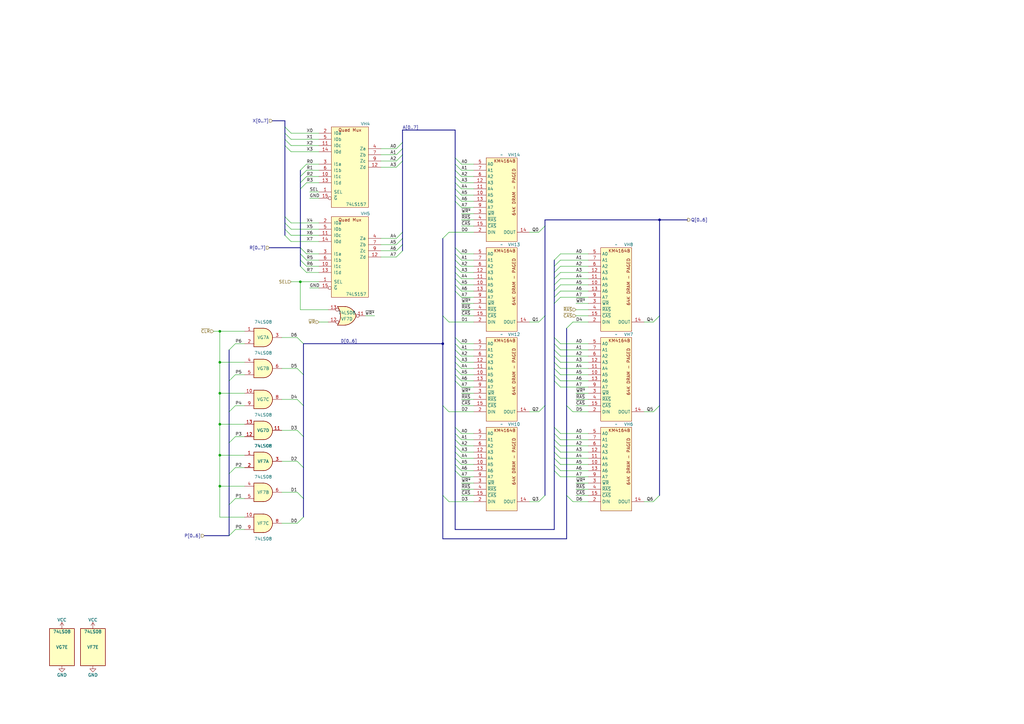
<source format=kicad_sch>
(kicad_sch (version 20231120) (generator "eeschema") (generator_version "8.0")
  (paper "A3")
  (title_block (title "Line Buffer") (date "2024-10-12") (company "JOTEGO") (comment 1 "Jose Tejada"))
  (lib_symbols
    (symbol "arcade:KM4164B"
      (property "Reference" "U" (at 0 0 0))
      (symbol "KM4164B_1_0"
        (pin input line (at -11.43 0 0) (length 5.08) (name "A5") (number "10"))
        (pin input line (at -11.43 2.54 0) (length 5.08) (name "A4") (number "11"))
        (pin input line (at -11.43 5.08 0) (length 5.08) (name "A3") (number "12"))
        (pin input line (at -11.43 -2.54 0) (length 5.08) (name "A6") (number "13"))
        (pin tri_state line (at 11.43 -15.24 180) (length 5.08) (name "DOUT") (number "14"))
        (pin input line (at -11.43 -12.7 0) (length 5.08) (name "~{CAS}") (number "15"))
        (pin input line (at -11.43 -15.24 0) (length 5.08) (name "DIN") (number "2"))
        (pin input line (at -11.43 -7.62 0) (length 5.08) (name "~{WR}") (number "3"))
        (pin input line (at -11.43 -10.16 0) (length 5.08) (name "~{RAS}") (number "4"))
        (pin input line (at -11.43 12.7 0) (length 5.08) (name "A0") (number "5"))
        (pin input line (at -11.43 7.62 0) (length 5.08) (name "A2") (number "6"))
        (pin input line (at -11.43 10.16 0) (length 5.08) (name "A1") (number "7"))
        (pin input line (at -11.43 -5.08 0) (length 5.08) (name "A7") (number "9"))
      )
      (symbol "KM4164B_1_1"
        (rectangle (start -6.35 15.24) (end 6.35 -19.05) (fill (type background)))
        (text "64K DRAM - PAGED" (at 5.08 1.27 900) (effects (font (size 1.27 1.27))))
        (text "KM4164B" (at 1.27 13.97 0) (effects (font (size 1.27 1.27))))
      )
    )
    (symbol "jt74:74LS08" (pin_names (offset 1.016))
      (property "Reference" "U" (at 0 1.27 0))
      (property "Value" "74LS08" (at 0 -1.27 0))
      (symbol "74LS08_1_1"
        (arc (start 0 -3.81) (mid 3.7934 0) (end 0 3.81) (stroke (width 0.254)) (fill (type background)))
        (polyline (pts (xy 0 3.81) (xy -3.81 3.81) (xy -3.81 -3.81) (xy 0 -3.81)) (stroke (width 0.254)) (fill (type background)))
        (pin input line (at -7.62 2.54 0) (length 3.81) (name "~") (number "1"))
        (pin input line (at -7.62 -2.54 0) (length 3.81) (name "~") (number "2"))
        (pin output line (at 7.62 0 180) (length 3.81) (name "~") (number "3"))
      )
      (symbol "74LS08_1_2"
        (arc (start -3.81 -3.81) (mid -2.589 0) (end -3.81 3.81) (stroke (width 0.254)))
        (arc (start -0.6096 -3.81) (mid 2.1842 -2.5851) (end 3.81 0) (stroke (width 0.254)) (fill (type background)))
        (polyline (pts (xy -3.81 -3.81) (xy -0.635 -3.81)) (stroke (width 0.254)) (fill (type background)))
        (polyline (pts (xy -3.81 3.81) (xy -0.635 3.81)) (stroke (width 0.254)) (fill (type background)))
        (polyline (pts (xy -0.635 3.81) (xy -3.81 3.81) (xy -3.81 3.81) (xy -3.556 3.4036) (xy -3.0226 2.2606) (xy -2.6924 1.0414) (xy -2.6162 -0.254) (xy -2.7686 -1.4986) (xy -3.175 -2.7178) (xy -3.81 -3.81) (xy -3.81 -3.81) (xy -0.635 -3.81)) (stroke (width -25.4)) (fill (type background)))
        (arc (start 3.81 0) (mid 2.1915 2.5936) (end -0.6096 3.81) (stroke (width 0.254)) (fill (type background)))
        (pin input inverted (at -7.62 2.54 0) (length 4.318) (name "~") (number "1"))
        (pin input inverted (at -7.62 -2.54 0) (length 4.318) (name "~") (number "2"))
        (pin output inverted (at 7.62 0 180) (length 3.81) (name "~") (number "3"))
      )
      (symbol "74LS08_2_1"
        (arc (start 0 -3.81) (mid 3.7934 0) (end 0 3.81) (stroke (width 0.254)) (fill (type background)))
        (polyline (pts (xy 0 3.81) (xy -3.81 3.81) (xy -3.81 -3.81) (xy 0 -3.81)) (stroke (width 0.254)) (fill (type background)))
        (pin input line (at -7.62 2.54 0) (length 3.81) (name "~") (number "4"))
        (pin input line (at -7.62 -2.54 0) (length 3.81) (name "~") (number "5"))
        (pin output line (at 7.62 0 180) (length 3.81) (name "~") (number "6"))
      )
      (symbol "74LS08_2_2"
        (arc (start -3.81 -3.81) (mid -2.589 0) (end -3.81 3.81) (stroke (width 0.254)))
        (arc (start -0.6096 -3.81) (mid 2.1842 -2.5851) (end 3.81 0) (stroke (width 0.254)) (fill (type background)))
        (polyline (pts (xy -3.81 -3.81) (xy -0.635 -3.81)) (stroke (width 0.254)) (fill (type background)))
        (polyline (pts (xy -3.81 3.81) (xy -0.635 3.81)) (stroke (width 0.254)) (fill (type background)))
        (polyline (pts (xy -0.635 3.81) (xy -3.81 3.81) (xy -3.81 3.81) (xy -3.556 3.4036) (xy -3.0226 2.2606) (xy -2.6924 1.0414) (xy -2.6162 -0.254) (xy -2.7686 -1.4986) (xy -3.175 -2.7178) (xy -3.81 -3.81) (xy -3.81 -3.81) (xy -0.635 -3.81)) (stroke (width -25.4)) (fill (type background)))
        (arc (start 3.81 0) (mid 2.1915 2.5936) (end -0.6096 3.81) (stroke (width 0.254)) (fill (type background)))
        (pin input inverted (at -7.62 2.54 0) (length 4.318) (name "~") (number "4"))
        (pin input inverted (at -7.62 -2.54 0) (length 4.318) (name "~") (number "5"))
        (pin output inverted (at 7.62 0 180) (length 3.81) (name "~") (number "6"))
      )
      (symbol "74LS08_3_1"
        (arc (start 0 -3.81) (mid 3.7934 0) (end 0 3.81) (stroke (width 0.254)) (fill (type background)))
        (polyline (pts (xy 0 3.81) (xy -3.81 3.81) (xy -3.81 -3.81) (xy 0 -3.81)) (stroke (width 0.254)) (fill (type background)))
        (pin input line (at -7.62 -2.54 0) (length 3.81) (name "~") (number "10"))
        (pin output line (at 7.62 0 180) (length 3.81) (name "~") (number "8"))
        (pin input line (at -7.62 2.54 0) (length 3.81) (name "~") (number "9"))
      )
      (symbol "74LS08_3_2"
        (arc (start -3.81 -3.81) (mid -2.589 0) (end -3.81 3.81) (stroke (width 0.254)))
        (arc (start -0.6096 -3.81) (mid 2.1842 -2.5851) (end 3.81 0) (stroke (width 0.254)) (fill (type background)))
        (polyline (pts (xy -3.81 -3.81) (xy -0.635 -3.81)) (stroke (width 0.254)) (fill (type background)))
        (polyline (pts (xy -3.81 3.81) (xy -0.635 3.81)) (stroke (width 0.254)) (fill (type background)))
        (polyline (pts (xy -0.635 3.81) (xy -3.81 3.81) (xy -3.81 3.81) (xy -3.556 3.4036) (xy -3.0226 2.2606) (xy -2.6924 1.0414) (xy -2.6162 -0.254) (xy -2.7686 -1.4986) (xy -3.175 -2.7178) (xy -3.81 -3.81) (xy -3.81 -3.81) (xy -0.635 -3.81)) (stroke (width -25.4)) (fill (type background)))
        (arc (start 3.81 0) (mid 2.1915 2.5936) (end -0.6096 3.81) (stroke (width 0.254)) (fill (type background)))
        (pin input inverted (at -7.62 -2.54 0) (length 4.318) (name "~") (number "10"))
        (pin output inverted (at 7.62 0 180) (length 3.81) (name "~") (number "8"))
        (pin input inverted (at -7.62 2.54 0) (length 4.318) (name "~") (number "9"))
      )
      (symbol "74LS08_4_1"
        (arc (start 0 -3.81) (mid 3.7934 0) (end 0 3.81) (stroke (width 0.254)) (fill (type background)))
        (polyline (pts (xy 0 3.81) (xy -3.81 3.81) (xy -3.81 -3.81) (xy 0 -3.81)) (stroke (width 0.254)) (fill (type background)))
        (pin output line (at 7.62 0 180) (length 3.81) (name "~") (number "11"))
        (pin input line (at -7.62 2.54 0) (length 3.81) (name "~") (number "12"))
        (pin input line (at -7.62 -2.54 0) (length 3.81) (name "~") (number "13"))
      )
      (symbol "74LS08_4_2"
        (arc (start -3.81 -3.81) (mid -2.589 0) (end -3.81 3.81) (stroke (width 0.254)))
        (arc (start -0.6096 -3.81) (mid 2.1842 -2.5851) (end 3.81 0) (stroke (width 0.254)) (fill (type background)))
        (polyline (pts (xy -3.81 -3.81) (xy -0.635 -3.81)) (stroke (width 0.254)) (fill (type background)))
        (polyline (pts (xy -3.81 3.81) (xy -0.635 3.81)) (stroke (width 0.254)) (fill (type background)))
        (polyline (pts (xy -0.635 3.81) (xy -3.81 3.81) (xy -3.81 3.81) (xy -3.556 3.4036) (xy -3.0226 2.2606) (xy -2.6924 1.0414) (xy -2.6162 -0.254) (xy -2.7686 -1.4986) (xy -3.175 -2.7178) (xy -3.81 -3.81) (xy -3.81 -3.81) (xy -0.635 -3.81)) (stroke (width -25.4)) (fill (type background)))
        (arc (start 3.81 0) (mid 2.1915 2.5936) (end -0.6096 3.81) (stroke (width 0.254)) (fill (type background)))
        (pin output inverted (at 7.62 0 180) (length 3.81) (name "~") (number "11"))
        (pin input inverted (at -7.62 2.54 0) (length 4.318) (name "~") (number "12"))
        (pin input inverted (at -7.62 -2.54 0) (length 4.318) (name "~") (number "13"))
      )
      (symbol "74LS08_5_0"
        (pin power_in line (at 0 7.62 270) (length 5.08) hide (name "VCC") (number "14"))
        (pin power_in line (at 0 -7.62 90) (length 5.08) hide (name "VSS") (number "7"))
      )
      (symbol "74LS08_5_1"
        (rectangle (start -5.08 7.62) (end 5.08 -7.62) (stroke (width 0.254)) (fill (type background)))
      )
    )
    (symbol "jt74:74LS157" (pin_names (offset 1.016))
      (property "Reference" "U" (at 5.08 16.51 0))
      (property "Value" "74LS157" (at 0 -16.51 0))
      (symbol "74LS157_0_0"
        (text "Quad Mux" (at 0 13.97 0) (effects (font (size 1.27 1.27))))
      )
      (symbol "74LS157_1_0"
        (pin input line (at -12.7 -11.43 0) (length 5.08) (name "SEL") (number "1"))
        (pin input line (at -12.7 -5.08 0) (length 5.08) (name "I1c") (number "10"))
        (pin input line (at -12.7 7.62 0) (length 5.08) (name "I0c") (number "11"))
        (pin output line (at 12.7 -1.27 180) (length 5.08) (name "Zd") (number "12"))
        (pin input line (at -12.7 -7.62 0) (length 5.08) (name "I1d") (number "13"))
        (pin input line (at -12.7 5.08 0) (length 5.08) (name "I0d") (number "14"))
        (pin input inverted (at -12.7 -13.97 0) (length 5.08) (name "~{G}") (number "15"))
        (pin input line (at -12.7 12.7 0) (length 5.08) (name "I0a") (number "2"))
        (pin input line (at -12.7 0 0) (length 5.08) (name "I1a") (number "3"))
        (pin output line (at 12.7 6.35 180) (length 5.08) (name "Za") (number "4"))
        (pin input line (at -12.7 10.16 0) (length 5.08) (name "I0b") (number "5"))
        (pin input line (at -12.7 -2.54 0) (length 5.08) (name "I1b") (number "6"))
        (pin output line (at 12.7 3.81 180) (length 5.08) (name "Zb") (number "7"))
        (pin output line (at 12.7 1.27 180) (length 5.08) (name "Zc") (number "9"))
      )
      (symbol "74LS157_1_1"
        (rectangle (start -7.62 15.24) (end 7.62 -17.78) (fill (type background)))
      )
    )
    (symbol "power:GND" (power) (pin_numbers hide) (pin_names (offset 0) hide)
      (property "Value" "GND" (at 0 -3.81 0))
      (symbol "GND_0_1"
        (polyline (pts (xy 0 0) (xy 0 -1.27) (xy 1.27 -1.27) (xy 0 -2.54) (xy -1.27 -1.27) (xy 0 -1.27)))
      )
      (symbol "GND_1_1"
        (pin power_in line (at 0 0 270) (length 0) (name "~") (number "1"))
      )
    )
    (symbol "power:VCC" (power) (pin_numbers hide) (pin_names (offset 0) hide)
      (property "Value" "VCC" (at 0 3.556 0))
      (symbol "VCC_0_1"
        (polyline (pts (xy -0.762 1.27) (xy 0 2.54)))
        (polyline (pts (xy 0 0) (xy 0 2.54)))
        (polyline (pts (xy 0 2.54) (xy 0.762 1.27)))
      )
      (symbol "VCC_1_1"
        (pin power_in line (at 0 0 90) (length 0) (name "~") (number "1"))
      )
    )
  )
  (junction (at 90.17 148.59))
  (junction (at 270.51 90.17))
  (junction (at 90.17 199.39))
  (junction (at 90.17 161.29))
  (junction (at 90.17 135.89))
  (junction (at 123.19 115.57))
  (junction (at 90.17 173.99))
  (junction (at 90.17 186.69))
  (junction (at 181.61 140.97))
  (bus_entry (at 123.19 77.47) (size 2.54 -2.54))
  (bus_entry (at 162.56 60.96) (size 2.54 -2.54))
  (bus_entry (at 186.69 140.97) (size 2.54 2.54))
  (bus_entry (at 93.98 181.61) (size 2.54 -2.54))
  (bus_entry (at 186.69 182.88) (size 2.54 2.54))
  (bus_entry (at 227.33 116.84) (size 2.54 -2.54))
  (bus_entry (at 232.41 134.62) (size 2.54 -2.54))
  (bus_entry (at 186.69 185.42) (size 2.54 2.54))
  (bus_entry (at 267.97 132.08) (size 2.54 -2.54))
  (bus_entry (at 227.33 121.92) (size 2.54 -2.54))
  (bus_entry (at 227.33 190.5) (size 2.54 2.54))
  (bus_entry (at 121.92 214.63) (size 2.54 -2.54))
  (bus_entry (at 227.33 175.26) (size 2.54 2.54))
  (bus_entry (at 186.69 175.26) (size 2.54 2.54))
  (bus_entry (at 227.33 185.42) (size 2.54 2.54))
  (bus_entry (at 181.61 129.54) (size 2.54 2.54))
  (bus_entry (at 116.84 59.69) (size 2.54 2.54))
  (bus_entry (at 93.98 194.31) (size 2.54 -2.54))
  (bus_entry (at 186.69 106.68) (size 2.54 2.54))
  (bus_entry (at 93.98 168.91) (size 2.54 -2.54))
  (bus_entry (at 227.33 106.68) (size 2.54 -2.54))
  (bus_entry (at 162.56 97.79) (size 2.54 -2.54))
  (bus_entry (at 123.19 109.22) (size 2.54 2.54))
  (bus_entry (at 227.33 111.76) (size 2.54 -2.54))
  (bus_entry (at 232.41 203.2) (size 2.54 2.54))
  (bus_entry (at 186.69 180.34) (size 2.54 2.54))
  (bus_entry (at 227.33 146.05) (size 2.54 2.54))
  (bus_entry (at 267.97 168.91) (size 2.54 -2.54))
  (bus_entry (at 227.33 148.59) (size 2.54 2.54))
  (bus_entry (at 186.69 72.39) (size 2.54 2.54))
  (bus_entry (at 186.69 69.85) (size 2.54 2.54))
  (bus_entry (at 186.69 77.47) (size 2.54 2.54))
  (bus_entry (at 186.69 177.8) (size 2.54 2.54))
  (bus_entry (at 220.98 132.08) (size 2.54 -2.54))
  (bus_entry (at 227.33 114.3) (size 2.54 -2.54))
  (bus_entry (at 186.69 187.96) (size 2.54 2.54))
  (bus_entry (at 227.33 143.51) (size 2.54 2.54))
  (bus_entry (at 93.98 156.21) (size 2.54 -2.54))
  (bus_entry (at 220.98 168.91) (size 2.54 -2.54))
  (bus_entry (at 123.19 74.93) (size 2.54 -2.54))
  (bus_entry (at 227.33 109.22) (size 2.54 -2.54))
  (bus_entry (at 162.56 68.58) (size 2.54 -2.54))
  (bus_entry (at 227.33 151.13) (size 2.54 2.54))
  (bus_entry (at 267.97 205.74) (size 2.54 -2.54))
  (bus_entry (at 220.98 95.25) (size 2.54 -2.54))
  (bus_entry (at 186.69 101.6) (size 2.54 2.54))
  (bus_entry (at 121.92 176.53) (size 2.54 2.54))
  (bus_entry (at 232.41 166.37) (size 2.54 2.54))
  (bus_entry (at 121.92 138.43) (size 2.54 2.54))
  (bus_entry (at 186.69 114.3) (size 2.54 2.54))
  (bus_entry (at 186.69 104.14) (size 2.54 2.54))
  (bus_entry (at 186.69 64.77) (size 2.54 2.54))
  (bus_entry (at 227.33 156.21) (size 2.54 2.54))
  (bus_entry (at 186.69 148.59) (size 2.54 2.54))
  (bus_entry (at 227.33 138.43) (size 2.54 2.54))
  (bus_entry (at 121.92 163.83) (size 2.54 2.54))
  (bus_entry (at 93.98 143.51) (size 2.54 -2.54))
  (bus_entry (at 121.92 189.23) (size 2.54 2.54))
  (bus_entry (at 227.33 182.88) (size 2.54 2.54))
  (bus_entry (at 186.69 190.5) (size 2.54 2.54))
  (bus_entry (at 116.84 96.52) (size 2.54 2.54))
  (bus_entry (at 162.56 100.33) (size 2.54 -2.54))
  (bus_entry (at 186.69 82.55) (size 2.54 2.54))
  (bus_entry (at 186.69 143.51) (size 2.54 2.54))
  (bus_entry (at 116.84 57.15) (size 2.54 2.54))
  (bus_entry (at 116.84 93.98) (size 2.54 2.54))
  (bus_entry (at 227.33 153.67) (size 2.54 2.54))
  (bus_entry (at 121.92 201.93) (size 2.54 2.54))
  (bus_entry (at 162.56 105.41) (size 2.54 -2.54))
  (bus_entry (at 186.69 193.04) (size 2.54 2.54))
  (bus_entry (at 162.56 63.5) (size 2.54 -2.54))
  (bus_entry (at 186.69 156.21) (size 2.54 2.54))
  (bus_entry (at 116.84 54.61) (size 2.54 2.54))
  (bus_entry (at 121.92 151.13) (size 2.54 2.54))
  (bus_entry (at 181.61 97.79) (size 2.54 -2.54))
  (bus_entry (at 227.33 119.38) (size 2.54 -2.54))
  (bus_entry (at 227.33 180.34) (size 2.54 2.54))
  (bus_entry (at 186.69 116.84) (size 2.54 2.54))
  (bus_entry (at 227.33 177.8) (size 2.54 2.54))
  (bus_entry (at 162.56 66.04) (size 2.54 -2.54))
  (bus_entry (at 93.98 219.71) (size 2.54 -2.54))
  (bus_entry (at 227.33 124.46) (size 2.54 -2.54))
  (bus_entry (at 186.69 74.93) (size 2.54 2.54))
  (bus_entry (at 227.33 193.04) (size 2.54 2.54))
  (bus_entry (at 181.61 203.2) (size 2.54 2.54))
  (bus_entry (at 186.69 138.43) (size 2.54 2.54))
  (bus_entry (at 227.33 140.97) (size 2.54 2.54))
  (bus_entry (at 181.61 166.37) (size 2.54 2.54))
  (bus_entry (at 186.69 80.01) (size 2.54 2.54))
  (bus_entry (at 227.33 187.96) (size 2.54 2.54))
  (bus_entry (at 186.69 67.31) (size 2.54 2.54))
  (bus_entry (at 186.69 153.67) (size 2.54 2.54))
  (bus_entry (at 186.69 146.05) (size 2.54 2.54))
  (bus_entry (at 123.19 106.68) (size 2.54 2.54))
  (bus_entry (at 186.69 111.76) (size 2.54 2.54))
  (bus_entry (at 116.84 52.07) (size 2.54 2.54))
  (bus_entry (at 162.56 102.87) (size 2.54 -2.54))
  (bus_entry (at 123.19 104.14) (size 2.54 2.54))
  (bus_entry (at 186.69 151.13) (size 2.54 2.54))
  (bus_entry (at 116.84 91.44) (size 2.54 2.54))
  (bus_entry (at 93.98 207.01) (size 2.54 -2.54))
  (bus_entry (at 116.84 88.9) (size 2.54 2.54))
  (bus_entry (at 186.69 119.38) (size 2.54 2.54))
  (bus_entry (at 220.98 205.74) (size 2.54 -2.54))
  (bus_entry (at 123.19 69.85) (size 2.54 -2.54))
  (bus_entry (at 123.19 101.6) (size 2.54 2.54))
  (bus_entry (at 123.19 72.39) (size 2.54 -2.54))
  (bus_entry (at 186.69 109.22) (size 2.54 2.54))
  (bus (pts (xy 232.41 166.37) (xy 232.41 203.2)))
  (wire (pts (xy 229.87 106.68) (xy 241.3 106.68)))
  (wire (pts (xy 189.23 163.83) (xy 194.31 163.83)))
  (wire (pts (xy 156.21 60.96) (xy 162.56 60.96)))
  (wire (pts (xy 189.23 143.51) (xy 194.31 143.51)))
  (bus (pts (xy 165.1 58.42) (xy 165.1 53.34)))
  (bus (pts (xy 181.61 140.97) (xy 181.61 166.37)))
  (wire (pts (xy 189.23 82.55) (xy 194.31 82.55)))
  (bus (pts (xy 186.69 104.14) (xy 186.69 106.68)))
  (bus (pts (xy 186.69 187.96) (xy 186.69 190.5)))
  (wire (pts (xy 87.63 135.89) (xy 90.17 135.89)))
  (bus (pts (xy 227.33 111.76) (xy 227.33 109.22)))
  (bus (pts (xy 227.33 106.68) (xy 227.33 109.22)))
  (wire (pts (xy 189.23 109.22) (xy 194.31 109.22)))
  (bus (pts (xy 186.69 74.93) (xy 186.69 77.47)))
  (wire (pts (xy 189.23 77.47) (xy 194.31 77.47)))
  (bus (pts (xy 186.69 67.31) (xy 186.69 69.85)))
  (wire (pts (xy 123.19 127) (xy 134.62 127)))
  (bus (pts (xy 110.49 101.6) (xy 123.19 101.6)))
  (bus (pts (xy 123.19 77.47) (xy 123.19 101.6)))
  (wire (pts (xy 149.86 129.54) (xy 153.67 129.54)))
  (bus (pts (xy 186.69 190.5) (xy 186.69 193.04)))
  (wire (pts (xy 189.23 148.59) (xy 194.31 148.59)))
  (bus (pts (xy 123.19 69.85) (xy 123.19 72.39)))
  (bus (pts (xy 227.33 151.13) (xy 227.33 153.67)))
  (wire (pts (xy 115.57 163.83) (xy 121.92 163.83)))
  (wire (pts (xy 229.87 156.21) (xy 241.3 156.21)))
  (wire (pts (xy 90.17 186.69) (xy 100.33 186.69)))
  (wire (pts (xy 236.22 129.54) (xy 241.3 129.54)))
  (wire (pts (xy 217.17 168.91) (xy 220.98 168.91)))
  (bus (pts (xy 227.33 140.97) (xy 227.33 143.51)))
  (bus (pts (xy 124.46 179.07) (xy 124.46 166.37)))
  (wire (pts (xy 119.38 57.15) (xy 130.81 57.15)))
  (wire (pts (xy 189.23 69.85) (xy 194.31 69.85)))
  (bus (pts (xy 227.33 217.17) (xy 227.33 193.04)))
  (wire (pts (xy 189.23 161.29) (xy 194.31 161.29)))
  (wire (pts (xy 189.23 153.67) (xy 194.31 153.67)))
  (bus (pts (xy 186.69 106.68) (xy 186.69 109.22)))
  (wire (pts (xy 119.38 115.57) (xy 123.19 115.57)))
  (wire (pts (xy 90.17 173.99) (xy 90.17 186.69)))
  (bus (pts (xy 227.33 185.42) (xy 227.33 182.88)))
  (wire (pts (xy 119.38 59.69) (xy 130.81 59.69)))
  (wire (pts (xy 189.23 90.17) (xy 194.31 90.17)))
  (wire (pts (xy 189.23 129.54) (xy 194.31 129.54)))
  (wire (pts (xy 115.57 214.63) (xy 121.92 214.63)))
  (bus (pts (xy 181.61 129.54) (xy 181.61 140.97)))
  (wire (pts (xy 189.23 104.14) (xy 194.31 104.14)))
  (wire (pts (xy 217.17 132.08) (xy 220.98 132.08)))
  (wire (pts (xy 90.17 148.59) (xy 100.33 148.59)))
  (wire (pts (xy 229.87 140.97) (xy 241.3 140.97)))
  (wire (pts (xy 119.38 91.44) (xy 130.81 91.44)))
  (bus (pts (xy 186.69 64.77) (xy 186.69 67.31)))
  (wire (pts (xy 96.52 204.47) (xy 100.33 204.47)))
  (wire (pts (xy 119.38 62.23) (xy 130.81 62.23)))
  (bus (pts (xy 186.69 69.85) (xy 186.69 72.39)))
  (wire (pts (xy 156.21 63.5) (xy 162.56 63.5)))
  (bus (pts (xy 186.69 156.21) (xy 186.69 175.26)))
  (bus (pts (xy 186.69 146.05) (xy 186.69 148.59)))
  (wire (pts (xy 189.23 80.01) (xy 194.31 80.01)))
  (bus (pts (xy 93.98 194.31) (xy 93.98 207.01)))
  (bus (pts (xy 232.41 220.98) (xy 232.41 203.2)))
  (wire (pts (xy 189.23 140.97) (xy 194.31 140.97)))
  (wire (pts (xy 189.23 124.46) (xy 194.31 124.46)))
  (bus (pts (xy 111.76 49.53) (xy 116.84 49.53)))
  (bus (pts (xy 186.69 151.13) (xy 186.69 153.67)))
  (bus (pts (xy 186.69 143.51) (xy 186.69 146.05)))
  (bus (pts (xy 186.69 77.47) (xy 186.69 80.01)))
  (wire (pts (xy 189.23 200.66) (xy 194.31 200.66)))
  (bus (pts (xy 165.1 53.34) (xy 186.69 53.34)))
  (bus (pts (xy 186.69 193.04) (xy 186.69 217.17)))
  (bus (pts (xy 186.69 180.34) (xy 186.69 182.88)))
  (wire (pts (xy 96.52 191.77) (xy 100.33 191.77)))
  (wire (pts (xy 189.23 151.13) (xy 194.31 151.13)))
  (wire (pts (xy 90.17 161.29) (xy 90.17 173.99)))
  (bus (pts (xy 227.33 156.21) (xy 227.33 153.67)))
  (wire (pts (xy 189.23 67.31) (xy 194.31 67.31)))
  (wire (pts (xy 119.38 99.06) (xy 130.81 99.06)))
  (wire (pts (xy 96.52 217.17) (xy 100.33 217.17)))
  (wire (pts (xy 236.22 127) (xy 241.3 127)))
  (wire (pts (xy 189.23 185.42) (xy 194.31 185.42)))
  (wire (pts (xy 236.22 166.37) (xy 241.3 166.37)))
  (bus (pts (xy 186.69 175.26) (xy 186.69 177.8)))
  (wire (pts (xy 229.87 158.75) (xy 241.3 158.75)))
  (wire (pts (xy 96.52 153.67) (xy 100.33 153.67)))
  (bus (pts (xy 227.33 114.3) (xy 227.33 116.84)))
  (wire (pts (xy 125.73 104.14) (xy 130.81 104.14)))
  (wire (pts (xy 90.17 135.89) (xy 100.33 135.89)))
  (bus (pts (xy 186.69 177.8) (xy 186.69 180.34)))
  (bus (pts (xy 123.19 104.14) (xy 123.19 106.68)))
  (wire (pts (xy 156.21 100.33) (xy 162.56 100.33)))
  (bus (pts (xy 186.69 82.55) (xy 186.69 101.6)))
  (wire (pts (xy 217.17 95.25) (xy 220.98 95.25)))
  (bus (pts (xy 165.1 95.25) (xy 165.1 66.04)))
  (wire (pts (xy 236.22 163.83) (xy 241.3 163.83)))
  (wire (pts (xy 189.23 195.58) (xy 194.31 195.58)))
  (bus (pts (xy 181.61 166.37) (xy 181.61 203.2)))
  (wire (pts (xy 229.87 109.22) (xy 241.3 109.22)))
  (bus (pts (xy 223.52 166.37) (xy 223.52 129.54)))
  (bus (pts (xy 223.52 129.54) (xy 223.52 92.71)))
  (bus (pts (xy 186.69 53.34) (xy 186.69 64.77)))
  (bus (pts (xy 165.1 97.79) (xy 165.1 95.25)))
  (wire (pts (xy 236.22 200.66) (xy 241.3 200.66)))
  (wire (pts (xy 119.38 93.98) (xy 130.81 93.98)))
  (wire (pts (xy 234.95 132.08) (xy 241.3 132.08)))
  (wire (pts (xy 189.23 119.38) (xy 194.31 119.38)))
  (wire (pts (xy 156.21 105.41) (xy 162.56 105.41)))
  (wire (pts (xy 229.87 195.58) (xy 241.3 195.58)))
  (wire (pts (xy 96.52 179.07) (xy 100.33 179.07)))
  (wire (pts (xy 189.23 180.34) (xy 194.31 180.34)))
  (wire (pts (xy 189.23 193.04) (xy 194.31 193.04)))
  (wire (pts (xy 184.15 205.74) (xy 194.31 205.74)))
  (wire (pts (xy 189.23 203.2) (xy 194.31 203.2)))
  (wire (pts (xy 236.22 198.12) (xy 241.3 198.12)))
  (bus (pts (xy 186.69 119.38) (xy 186.69 138.43)))
  (wire (pts (xy 115.57 189.23) (xy 121.92 189.23)))
  (bus (pts (xy 227.33 146.05) (xy 227.33 143.51)))
  (wire (pts (xy 125.73 106.68) (xy 130.81 106.68)))
  (wire (pts (xy 127 78.74) (xy 130.81 78.74)))
  (wire (pts (xy 156.21 97.79) (xy 162.56 97.79)))
  (wire (pts (xy 189.23 158.75) (xy 194.31 158.75)))
  (bus (pts (xy 186.69 109.22) (xy 186.69 111.76)))
  (bus (pts (xy 116.84 91.44) (xy 116.84 88.9)))
  (wire (pts (xy 90.17 199.39) (xy 90.17 212.09)))
  (bus (pts (xy 93.98 143.51) (xy 93.98 156.21)))
  (wire (pts (xy 184.15 95.25) (xy 194.31 95.25)))
  (wire (pts (xy 125.73 72.39) (xy 130.81 72.39)))
  (bus (pts (xy 181.61 97.79) (xy 181.61 129.54)))
  (bus (pts (xy 186.69 80.01) (xy 186.69 82.55)))
  (wire (pts (xy 189.23 190.5) (xy 194.31 190.5)))
  (bus (pts (xy 270.51 129.54) (xy 270.51 166.37)))
  (wire (pts (xy 234.95 205.74) (xy 241.3 205.74)))
  (bus (pts (xy 186.69 185.42) (xy 186.69 187.96)))
  (wire (pts (xy 123.19 115.57) (xy 130.81 115.57)))
  (bus (pts (xy 165.1 66.04) (xy 165.1 63.5)))
  (bus (pts (xy 165.1 60.96) (xy 165.1 58.42)))
  (wire (pts (xy 264.16 205.74) (xy 267.97 205.74)))
  (bus (pts (xy 223.52 203.2) (xy 223.52 166.37)))
  (wire (pts (xy 229.87 187.96) (xy 241.3 187.96)))
  (bus (pts (xy 116.84 93.98) (xy 116.84 91.44)))
  (bus (pts (xy 124.46 153.67) (xy 124.46 140.97)))
  (wire (pts (xy 90.17 212.09) (xy 100.33 212.09)))
  (wire (pts (xy 229.87 148.59) (xy 241.3 148.59)))
  (wire (pts (xy 189.23 156.21) (xy 194.31 156.21)))
  (bus (pts (xy 227.33 116.84) (xy 227.33 119.38)))
  (bus (pts (xy 123.19 74.93) (xy 123.19 77.47)))
  (bus (pts (xy 181.61 203.2) (xy 181.61 220.98)))
  (wire (pts (xy 229.87 182.88) (xy 241.3 182.88)))
  (bus (pts (xy 227.33 151.13) (xy 227.33 148.59)))
  (wire (pts (xy 96.52 140.97) (xy 100.33 140.97)))
  (wire (pts (xy 229.87 114.3) (xy 241.3 114.3)))
  (bus (pts (xy 186.69 217.17) (xy 227.33 217.17)))
  (wire (pts (xy 229.87 143.51) (xy 241.3 143.51)))
  (wire (pts (xy 96.52 166.37) (xy 100.33 166.37)))
  (bus (pts (xy 123.19 106.68) (xy 123.19 109.22)))
  (wire (pts (xy 184.15 168.91) (xy 194.31 168.91)))
  (wire (pts (xy 189.23 198.12) (xy 194.31 198.12)))
  (bus (pts (xy 186.69 101.6) (xy 186.69 104.14)))
  (bus (pts (xy 227.33 148.59) (xy 227.33 146.05)))
  (wire (pts (xy 217.17 205.74) (xy 220.98 205.74)))
  (wire (pts (xy 90.17 135.89) (xy 90.17 148.59)))
  (bus (pts (xy 186.69 138.43) (xy 186.69 140.97)))
  (wire (pts (xy 264.16 168.91) (xy 267.97 168.91)))
  (wire (pts (xy 127 81.28) (xy 130.81 81.28)))
  (bus (pts (xy 232.41 134.62) (xy 232.41 166.37)))
  (bus (pts (xy 227.33 177.8) (xy 227.33 175.26)))
  (wire (pts (xy 125.73 74.93) (xy 130.81 74.93)))
  (bus (pts (xy 93.98 168.91) (xy 93.98 181.61)))
  (wire (pts (xy 229.87 193.04) (xy 241.3 193.04)))
  (bus (pts (xy 186.69 72.39) (xy 186.69 74.93)))
  (wire (pts (xy 189.23 116.84) (xy 194.31 116.84)))
  (wire (pts (xy 156.21 68.58) (xy 162.56 68.58)))
  (wire (pts (xy 90.17 161.29) (xy 100.33 161.29)))
  (wire (pts (xy 189.23 127) (xy 194.31 127)))
  (bus (pts (xy 223.52 92.71) (xy 223.52 90.17)))
  (wire (pts (xy 229.87 146.05) (xy 241.3 146.05)))
  (wire (pts (xy 189.23 166.37) (xy 194.31 166.37)))
  (wire (pts (xy 119.38 96.52) (xy 130.81 96.52)))
  (bus (pts (xy 227.33 187.96) (xy 227.33 185.42)))
  (bus (pts (xy 227.33 140.97) (xy 227.33 138.43)))
  (wire (pts (xy 236.22 203.2) (xy 241.3 203.2)))
  (bus (pts (xy 123.19 101.6) (xy 123.19 104.14)))
  (wire (pts (xy 229.87 190.5) (xy 241.3 190.5)))
  (wire (pts (xy 90.17 148.59) (xy 90.17 161.29)))
  (bus (pts (xy 124.46 166.37) (xy 124.46 153.67)))
  (bus (pts (xy 270.51 166.37) (xy 270.51 203.2)))
  (wire (pts (xy 189.23 85.09) (xy 194.31 85.09)))
  (wire (pts (xy 115.57 201.93) (xy 121.92 201.93)))
  (wire (pts (xy 119.38 54.61) (xy 130.81 54.61)))
  (bus (pts (xy 186.69 140.97) (xy 186.69 143.51)))
  (bus (pts (xy 227.33 175.26) (xy 227.33 156.21)))
  (wire (pts (xy 115.57 176.53) (xy 121.92 176.53)))
  (wire (pts (xy 229.87 111.76) (xy 241.3 111.76)))
  (bus (pts (xy 186.69 182.88) (xy 186.69 185.42)))
  (wire (pts (xy 189.23 92.71) (xy 194.31 92.71)))
  (bus (pts (xy 123.19 72.39) (xy 123.19 74.93)))
  (bus (pts (xy 124.46 204.47) (xy 124.46 191.77)))
  (wire (pts (xy 189.23 187.96) (xy 194.31 187.96)))
  (wire (pts (xy 229.87 151.13) (xy 241.3 151.13)))
  (wire (pts (xy 90.17 173.99) (xy 100.33 173.99)))
  (wire (pts (xy 90.17 199.39) (xy 100.33 199.39)))
  (bus (pts (xy 124.46 140.97) (xy 181.61 140.97)))
  (bus (pts (xy 223.52 90.17) (xy 270.51 90.17)))
  (bus (pts (xy 93.98 181.61) (xy 93.98 194.31)))
  (wire (pts (xy 236.22 124.46) (xy 241.3 124.46)))
  (bus (pts (xy 116.84 88.9) (xy 116.84 59.69)))
  (wire (pts (xy 156.21 102.87) (xy 162.56 102.87)))
  (bus (pts (xy 116.84 57.15) (xy 116.84 54.61)))
  (bus (pts (xy 83.82 219.71) (xy 93.98 219.71)))
  (bus (pts (xy 270.51 90.17) (xy 281.94 90.17)))
  (bus (pts (xy 124.46 212.09) (xy 124.46 204.47)))
  (bus (pts (xy 165.1 102.87) (xy 165.1 100.33)))
  (wire (pts (xy 264.16 132.08) (xy 267.97 132.08)))
  (wire (pts (xy 115.57 151.13) (xy 121.92 151.13)))
  (bus (pts (xy 227.33 138.43) (xy 227.33 124.46)))
  (bus (pts (xy 116.84 59.69) (xy 116.84 57.15)))
  (bus (pts (xy 116.84 96.52) (xy 116.84 93.98)))
  (wire (pts (xy 229.87 104.14) (xy 241.3 104.14)))
  (wire (pts (xy 189.23 87.63) (xy 194.31 87.63)))
  (wire (pts (xy 156.21 66.04) (xy 162.56 66.04)))
  (bus (pts (xy 227.33 180.34) (xy 227.33 177.8)))
  (bus (pts (xy 165.1 63.5) (xy 165.1 60.96)))
  (wire (pts (xy 189.23 182.88) (xy 194.31 182.88)))
  (bus (pts (xy 186.69 148.59) (xy 186.69 151.13)))
  (wire (pts (xy 189.23 111.76) (xy 194.31 111.76)))
  (bus (pts (xy 93.98 207.01) (xy 93.98 219.71)))
  (bus (pts (xy 270.51 90.17) (xy 270.51 129.54)))
  (bus (pts (xy 116.84 54.61) (xy 116.84 52.07)))
  (bus (pts (xy 227.33 190.5) (xy 227.33 187.96)))
  (bus (pts (xy 186.69 111.76) (xy 186.69 114.3)))
  (wire (pts (xy 229.87 121.92) (xy 241.3 121.92)))
  (bus (pts (xy 93.98 156.21) (xy 93.98 168.91)))
  (wire (pts (xy 115.57 138.43) (xy 121.92 138.43)))
  (bus (pts (xy 124.46 191.77) (xy 124.46 179.07)))
  (wire (pts (xy 189.23 146.05) (xy 194.31 146.05)))
  (wire (pts (xy 189.23 72.39) (xy 194.31 72.39)))
  (wire (pts (xy 125.73 111.76) (xy 130.81 111.76)))
  (wire (pts (xy 125.73 67.31) (xy 130.81 67.31)))
  (wire (pts (xy 123.19 115.57) (xy 123.19 127)))
  (bus (pts (xy 165.1 100.33) (xy 165.1 97.79)))
  (bus (pts (xy 116.84 52.07) (xy 116.84 49.53)))
  (wire (pts (xy 125.73 69.85) (xy 130.81 69.85)))
  (wire (pts (xy 90.17 186.69) (xy 90.17 199.39)))
  (wire (pts (xy 125.73 109.22) (xy 130.81 109.22)))
  (wire (pts (xy 189.23 177.8) (xy 194.31 177.8)))
  (wire (pts (xy 189.23 74.93) (xy 194.31 74.93)))
  (bus (pts (xy 186.69 116.84) (xy 186.69 119.38)))
  (wire (pts (xy 189.23 114.3) (xy 194.31 114.3)))
  (wire (pts (xy 236.22 161.29) (xy 241.3 161.29)))
  (wire (pts (xy 229.87 185.42) (xy 241.3 185.42)))
  (wire (pts (xy 229.87 153.67) (xy 241.3 153.67)))
  (bus (pts (xy 186.69 153.67) (xy 186.69 156.21)))
  (wire (pts (xy 229.87 119.38) (xy 241.3 119.38)))
  (bus (pts (xy 227.33 119.38) (xy 227.33 121.92)))
  (wire (pts (xy 127 118.11) (xy 130.81 118.11)))
  (wire (pts (xy 229.87 180.34) (xy 241.3 180.34)))
  (wire (pts (xy 229.87 116.84) (xy 241.3 116.84)))
  (bus (pts (xy 186.69 114.3) (xy 186.69 116.84)))
  (wire (pts (xy 130.81 132.08) (xy 134.62 132.08)))
  (bus (pts (xy 227.33 124.46) (xy 227.33 121.92)))
  (wire (pts (xy 189.23 106.68) (xy 194.31 106.68)))
  (bus (pts (xy 181.61 220.98) (xy 232.41 220.98)))
  (bus (pts (xy 227.33 111.76) (xy 227.33 114.3)))
  (bus (pts (xy 227.33 182.88) (xy 227.33 180.34)))
  (wire (pts (xy 189.23 121.92) (xy 194.31 121.92)))
  (wire (pts (xy 184.15 132.08) (xy 194.31 132.08)))
  (wire (pts (xy 234.95 168.91) (xy 241.3 168.91)))
  (wire (pts (xy 229.87 177.8) (xy 241.3 177.8)))
  (bus (pts (xy 227.33 193.04) (xy 227.33 190.5)))
  (label "D0" (at 121.92 214.63 180))
  (label "A5" (at 162.56 100.33 180))
  (label "~{CAS}" (at 236.22 166.37 0))
  (label "A5" (at 189.23 80.01 0))
  (label "D1" (at 189.23 132.08 0))
  (label "A4" (at 189.23 151.13 0))
  (label "A5" (at 189.23 116.84 0))
  (label "D0" (at 189.23 95.25 0))
  (label "~{RAS}" (at 189.23 127 0))
  (label "A5" (at 236.22 116.84 0))
  (label "R4" (at 125.73 104.14 0))
  (label "X1" (at 125.73 57.15 0))
  (label "A3" (at 189.23 111.76 0))
  (label "A5" (at 189.23 190.5 0))
  (label "P6" (at 96.52 140.97 0))
  (label "A2" (at 189.23 146.05 0))
  (label "A6" (at 189.23 156.21 0))
  (label "A4" (at 162.56 97.79 180))
  (label "~{CAS}" (at 189.23 129.54 0))
  (label "X2" (at 125.73 59.69 0))
  (label "A7" (at 236.22 195.58 0))
  (label "A5" (at 236.22 153.67 0))
  (label "A0" (at 236.22 104.14 0))
  (label "X0" (at 125.73 54.61 0))
  (label "A6" (at 189.23 119.38 0))
  (label "~{WR*}" (at 189.23 124.46 0))
  (label "~{WR*}" (at 189.23 87.63 0))
  (label "~{WR*}" (at 189.23 161.29 0))
  (label "D4" (at 236.22 132.08 0))
  (label "~{CAS}" (at 189.23 92.71 0))
  (label "A5" (at 236.22 190.5 0))
  (label "A7" (at 236.22 158.75 0))
  (label "Q4" (at 267.97 132.08 180))
  (label "A7" (at 189.23 85.09 0))
  (label "A6" (at 236.22 156.21 0))
  (label "R1" (at 125.73 69.85 0))
  (label "A2" (at 236.22 109.22 0))
  (label "R7" (at 125.73 111.76 0))
  (label "A2" (at 189.23 109.22 0))
  (label "D3" (at 121.92 176.53 180))
  (label "A7" (at 162.56 105.41 180))
  (label "A0" (at 189.23 177.8 0))
  (label "A7" (at 189.23 121.92 0))
  (label "A7" (at 189.23 195.58 0))
  (label "Q5" (at 267.97 168.91 180))
  (label "A1" (at 189.23 180.34 0))
  (label "A1" (at 236.22 106.68 0))
  (label "GND" (at 127 81.28 0))
  (label "X6" (at 125.73 96.52 0))
  (label "A[0..7]" (at 165.1 53.34 0))
  (label "A6" (at 236.22 119.38 0))
  (label "~{WR*}" (at 236.22 198.12 0))
  (label "D5" (at 236.22 168.91 0))
  (label "~{WR*}" (at 236.22 124.46 0))
  (label "A7" (at 189.23 158.75 0))
  (label "R3" (at 125.73 74.93 0))
  (label "A3" (at 236.22 148.59 0))
  (label "D6" (at 236.22 205.74 0))
  (label "Q2" (at 220.98 168.91 180))
  (label "~{CAS}" (at 189.23 203.2 0))
  (label "~{RAS}" (at 189.23 200.66 0))
  (label "A0" (at 236.22 140.97 0))
  (label "R5" (at 125.73 106.68 0))
  (label "X7" (at 125.73 99.06 0))
  (label "D6" (at 121.92 138.43 180))
  (label "P5" (at 96.52 153.67 0))
  (label "P1" (at 96.52 204.47 0))
  (label "A0" (at 189.23 140.97 0))
  (label "~{RAS}" (at 189.23 163.83 0))
  (label "~{RAS}" (at 189.23 90.17 0))
  (label "Q1" (at 220.98 132.08 180))
  (label "A3" (at 236.22 185.42 0))
  (label "A3" (at 189.23 185.42 0))
  (label "A1" (at 236.22 143.51 0))
  (label "A3" (at 189.23 148.59 0))
  (label "A4" (at 236.22 151.13 0))
  (label "X3" (at 125.73 62.23 0))
  (label "A6" (at 189.23 82.55 0))
  (label "Q0" (at 220.98 95.25 180))
  (label "A2" (at 236.22 182.88 0))
  (label "~{CAS}" (at 189.23 166.37 0))
  (label "Q3" (at 220.98 205.74 180))
  (label "X4" (at 125.73 91.44 0))
  (label "A6" (at 162.56 102.87 180))
  (label "A2" (at 236.22 146.05 0))
  (label "A4" (at 189.23 77.47 0))
  (label "P3" (at 96.52 179.07 0))
  (label "D5" (at 121.92 151.13 180))
  (label "D2" (at 121.92 189.23 180))
  (label "A1" (at 236.22 180.34 0))
  (label "R0" (at 125.73 67.31 0))
  (label "Q6" (at 267.97 205.74 180))
  (label "A1" (at 162.56 63.5 180))
  (label "~{RAS}" (at 236.22 200.66 0))
  (label "A2" (at 189.23 182.88 0))
  (label "D4" (at 121.92 163.83 180))
  (label "A5" (at 189.23 153.67 0))
  (label "A0" (at 236.22 177.8 0))
  (label "A6" (at 189.23 193.04 0))
  (label "D[0..6]" (at 139.7 140.97 0))
  (label "~{WR*}" (at 236.22 161.29 0))
  (label "A1" (at 189.23 69.85 0))
  (label "~{WR*}" (at 153.67 129.54 180))
  (label "D3" (at 189.23 205.74 0))
  (label "R2" (at 125.73 72.39 0))
  (label "~{RAS}" (at 236.22 163.83 0))
  (label "A3" (at 162.56 68.58 180))
  (label "A6" (at 236.22 193.04 0))
  (label "X5" (at 125.73 93.98 0))
  (label "GND" (at 127 118.11 0))
  (label "P4" (at 96.52 166.37 0))
  (label "A7" (at 236.22 121.92 0))
  (label "A4" (at 189.23 187.96 0))
  (label "A3" (at 236.22 111.76 0))
  (label "A0" (at 162.56 60.96 180))
  (label "A3" (at 189.23 74.93 0))
  (label "A2" (at 162.56 66.04 180))
  (label "~{CAS}" (at 236.22 203.2 0))
  (label "D1" (at 121.92 201.93 180))
  (label "P2" (at 96.52 191.77 0))
  (label "A1" (at 189.23 143.51 0))
  (label "A2" (at 189.23 72.39 0))
  (label "D2" (at 189.23 168.91 0))
  (label "A4" (at 236.22 114.3 0))
  (label "P0" (at 96.52 217.17 0))
  (label "R6" (at 125.73 109.22 0))
  (label "~{WR*}" (at 189.23 198.12 0))
  (label "A4" (at 189.23 114.3 0))
  (label "A0" (at 189.23 104.14 0))
  (label "A0" (at 189.23 67.31 0))
  (label "A4" (at 236.22 187.96 0))
  (label "A1" (at 189.23 106.68 0))
  (label "SEL" (at 127 78.74 0))
  (hierarchical_label "~{CLR}" (shape input) (at 87.63 135.89 180))
  (hierarchical_label "X[0..7]" (shape input) (at 111.76 49.53 180))
  (hierarchical_label "~{CAS}" (shape input) (at 236.22 129.54 180))
  (hierarchical_label "~{RAS}" (shape input) (at 236.22 127 180))
  (hierarchical_label "~{WR}" (shape input) (at 130.81 132.08 180))
  (hierarchical_label "R[0..7]" (shape input) (at 110.49 101.6 180))
  (hierarchical_label "SEL" (shape input) (at 119.38 115.57 180))
  (hierarchical_label "P[0..6]" (shape input) (at 83.82 219.71 180))
  (hierarchical_label "Q[0..6]" (shape output) (at 281.94 90.17 0))
  (symbol (lib_id "arcade:KM4164B") (at 205.74 80.01 0) (unit 1)
    (property "Reference" "VH14" (at 210.82 63.5 0))
    (property "Value" "~" (at 205.74 63.5 0))
    (property "Datasheet" "https://www.farnell.com/datasheets/1905614.pdf" (effects (hide yes)))
    (property "Description" "64Kbit dynamic RAM" (effects (hide yes)))
    (instances (project "tehkanwc" (path "" (reference "VH14") (unit 1)) (path "" (reference "VI14") (unit 1))))
  )
  (symbol (lib_id "jt74:74LS157") (at 143.51 104.14 0) (unit 1)
    (property "Reference" "VH5" (at 149.86 87.63 0))
    (property "Value" "74LS157" (at 146.05 120.65 0))
    (property "Datasheet" "https://www.alldatasheet.com/datasheet-pdf/pdf/27402/TI/74LS157.html" (effects (hide yes)))
    (property "Description" "Quad 2 to 1 line Multiplexer" (effects (hide yes)))
    (instances (project "tehkanwc" (path "" (reference "VH5") (unit 1)) (path "" (reference "VI5") (unit 1))))
  )
  (symbol (lib_id "arcade:KM4164B") (at 252.73 116.84 0) (unit 1)
    (property "Reference" "VH8" (at 257.81 100.33 0))
    (property "Value" "~" (at 252.73 100.33 0))
    (property "Datasheet" "https://www.farnell.com/datasheets/1905614.pdf" (effects (hide yes)))
    (property "Description" "64Kbit dynamic RAM" (effects (hide yes)))
    (instances (project "tehkanwc" (path "" (reference "VH8") (unit 1)) (path "" (reference "VI8") (unit 1))))
  )
  (symbol (lib_id "jt74:74LS08") (at 38.1 265.43 0) (unit 5)
    (property "Reference" "VF7" (at 38.1 265.43 0))
    (property "Value" "74LS08" (at 38.0917 259.08 0))
    (property "Datasheet" "http://www.ti.com/lit/gpn/sn74LS08" (effects (hide yes)))
    (property "Description" "Quad And2" (effects (hide yes)))
    (instances (project "tehkanwc" (path "" (reference "VF7") (unit 5)) (path "" (reference "VF6") (unit 5))))
  )
  (symbol (lib_id "power:VCC") (at 25.4 257.81 0) (unit 1)
    (property "Reference" "#PWR023" (effects (hide yes)))
    (property "Value" "VCC" (at 25.4 254.254 0))
    (property "Description" "Power symbol creates a global label with name \"VCC\"" (effects (hide yes)))
    (instances (project "" (path "" (reference "#PWR023") (unit 1)) (path "" (reference "#PWR024") (unit 1))))
  )
  (symbol (lib_id "jt74:74LS08") (at 107.95 176.53 0) (mirror x) (unit 4)
    (property "Reference" "VG7" (at 107.95 176.53 0))
    (property "Value" "74LS08" (at 107.9417 182.88 0))
    (property "Datasheet" "http://www.ti.com/lit/gpn/sn74LS08" (effects (hide yes)))
    (property "Description" "Quad And2" (effects (hide yes)))
    (instances (project "tehkanwc" (path "" (reference "VG7") (unit 4)) (path "" (reference "VG6") (unit 4))))
  )
  (symbol (lib_id "jt74:74LS08") (at 25.4 265.43 0) (unit 5)
    (property "Reference" "VG7" (at 25.4 265.43 0))
    (property "Value" "74LS08" (at 25.3917 259.08 0))
    (property "Datasheet" "http://www.ti.com/lit/gpn/sn74LS08" (effects (hide yes)))
    (property "Description" "Quad And2" (effects (hide yes)))
    (instances (project "tehkanwc" (path "" (reference "VG7") (unit 5)) (path "" (reference "VG6") (unit 5))))
  )
  (symbol (lib_id "jt74:74LS08") (at 107.95 189.23 0) (unit 1)
    (property "Reference" "VF7" (at 107.95 189.23 0))
    (property "Value" "74LS08" (at 107.9417 182.88 0))
    (property "Datasheet" "http://www.ti.com/lit/gpn/sn74LS08" (effects (hide yes)))
    (property "Description" "Quad And2" (effects (hide yes)))
    (instances (project "tehkanwc" (path "" (reference "VF7") (unit 1)) (path "" (reference "VF6") (unit 1))))
  )
  (symbol (lib_id "arcade:KM4164B") (at 205.74 153.67 0) (unit 1)
    (property "Reference" "VH12" (at 210.82 137.16 0))
    (property "Value" "~" (at 205.74 137.16 0))
    (property "Datasheet" "https://www.farnell.com/datasheets/1905614.pdf" (effects (hide yes)))
    (property "Description" "64Kbit dynamic RAM" (effects (hide yes)))
    (instances (project "tehkanwc" (path "" (reference "VH12") (unit 1)) (path "" (reference "VI12") (unit 1))))
  )
  (symbol (lib_id "jt74:74LS08") (at 107.95 163.83 0) (mirror x) (unit 3)
    (property "Reference" "VG7" (at 107.95 163.83 0))
    (property "Value" "74LS08" (at 107.9417 170.18 0))
    (property "Datasheet" "http://www.ti.com/lit/gpn/sn74LS08" (effects (hide yes)))
    (property "Description" "Quad And2" (effects (hide yes)))
    (instances (project "tehkanwc" (path "" (reference "VG7") (unit 3)) (path "" (reference "VG6") (unit 3))))
  )
  (symbol (lib_id "power:GND") (at 25.4 273.05 0) (unit 1)
    (property "Reference" "#PWR025" (effects (hide yes)))
    (property "Value" "GND" (at 25.4 276.86 0))
    (property "Description" "Power symbol creates a global label with name \"GND\" , ground" (effects (hide yes)))
    (instances (project "" (path "" (reference "#PWR025") (unit 1)) (path "" (reference "#PWR026") (unit 1))))
  )
  (symbol (lib_id "arcade:KM4164B") (at 205.74 190.5 0) (unit 1)
    (property "Reference" "VH10" (at 210.82 173.99 0))
    (property "Value" "~" (at 205.74 173.99 0))
    (property "Datasheet" "https://www.farnell.com/datasheets/1905614.pdf" (effects (hide yes)))
    (property "Description" "64Kbit dynamic RAM" (effects (hide yes)))
    (instances (project "tehkanwc" (path "" (reference "VH10") (unit 1)) (path "" (reference "VI10") (unit 1))))
  )
  (symbol (lib_id "jt74:74LS08") (at 142.24 129.54 0) (mirror x) (unit 4) (convert 2)
    (property "Reference" "VF7" (at 142.24 130.81 0))
    (property "Value" "74LS08" (at 142.24 128.27 0))
    (property "Datasheet" "http://www.ti.com/lit/gpn/sn74LS08" (effects (hide yes)))
    (property "Description" "Quad And2" (effects (hide yes)))
    (instances (project "tehkanwc" (path "" (reference "VF7") (unit 4)) (path "" (reference "VF6") (unit 4))))
  )
  (symbol (lib_id "jt74:74LS08") (at 107.95 138.43 0) (unit 1)
    (property "Reference" "VG7" (at 107.95 138.43 0))
    (property "Value" "74LS08" (at 107.9417 132.08 0))
    (property "Datasheet" "http://www.ti.com/lit/gpn/sn74LS08" (effects (hide yes)))
    (property "Description" "Quad And2" (effects (hide yes)))
    (instances (project "" (path "" (reference "VG7") (unit 1)) (path "" (reference "VG6") (unit 1))))
  )
  (symbol (lib_id "jt74:74LS08") (at 107.95 151.13 0) (unit 2)
    (property "Reference" "VG7" (at 107.95 151.13 0))
    (property "Value" "74LS08" (at 107.9417 144.78 0))
    (property "Datasheet" "http://www.ti.com/lit/gpn/sn74LS08" (effects (hide yes)))
    (property "Description" "Quad And2" (effects (hide yes)))
    (instances (project "tehkanwc" (path "" (reference "VG7") (unit 2)) (path "" (reference "VG6") (unit 2))))
  )
  (symbol (lib_id "power:GND") (at 38.1 273.05 0) (unit 1)
    (property "Reference" "#PWR029" (effects (hide yes)))
    (property "Value" "GND" (at 38.1 276.86 0))
    (property "Description" "Power symbol creates a global label with name \"GND\" , ground" (effects (hide yes)))
    (instances (project "tehkanwc" (path "" (reference "#PWR029") (unit 1)) (path "" (reference "#PWR030") (unit 1))))
  )
  (symbol (lib_id "arcade:KM4164B") (at 252.73 190.5 0) (unit 1)
    (property "Reference" "VH6" (at 257.81 173.99 0))
    (property "Value" "~" (at 252.73 173.99 0))
    (property "Datasheet" "https://www.farnell.com/datasheets/1905614.pdf" (effects (hide yes)))
    (property "Description" "64Kbit dynamic RAM" (effects (hide yes)))
    (instances (project "tehkanwc" (path "" (reference "VH6") (unit 1)) (path "" (reference "VI6") (unit 1))))
  )
  (symbol (lib_id "power:VCC") (at 38.1 257.81 0) (unit 1)
    (property "Reference" "#PWR027" (effects (hide yes)))
    (property "Value" "VCC" (at 38.1 254.254 0))
    (property "Description" "Power symbol creates a global label with name \"VCC\"" (effects (hide yes)))
    (instances (project "tehkanwc" (path "" (reference "#PWR027") (unit 1)) (path "" (reference "#PWR028") (unit 1))))
  )
  (symbol (lib_id "arcade:KM4164B") (at 205.74 116.84 0) (unit 1)
    (property "Reference" "VH13" (at 210.82 100.33 0))
    (property "Value" "~" (at 205.74 100.33 0))
    (property "Datasheet" "https://www.farnell.com/datasheets/1905614.pdf" (effects (hide yes)))
    (property "Description" "64Kbit dynamic RAM" (effects (hide yes)))
    (instances (project "tehkanwc" (path "" (reference "VH13") (unit 1)) (path "" (reference "VI13") (unit 1))))
  )
  (symbol (lib_id "jt74:74LS157") (at 143.51 67.31 0) (unit 1)
    (property "Reference" "VH4" (at 149.86 50.8 0))
    (property "Value" "74LS157" (at 146.05 83.82 0))
    (property "Datasheet" "https://www.alldatasheet.com/datasheet-pdf/pdf/27402/TI/74LS157.html" (effects (hide yes)))
    (property "Description" "Quad 2 to 1 line Multiplexer" (effects (hide yes)))
    (instances (project "tehkanwc" (path "" (reference "VH4") (unit 1)) (path "" (reference "VI4") (unit 1))))
  )
  (symbol (lib_id "jt74:74LS08") (at 107.95 201.93 0) (unit 2)
    (property "Reference" "VF7" (at 107.95 201.93 0))
    (property "Value" "74LS08" (at 107.9417 195.58 0))
    (property "Datasheet" "http://www.ti.com/lit/gpn/sn74LS08" (effects (hide yes)))
    (property "Description" "Quad And2" (effects (hide yes)))
    (instances (project "tehkanwc" (path "" (reference "VF7") (unit 2)) (path "" (reference "VF6") (unit 2))))
  )
  (symbol (lib_id "arcade:KM4164B") (at 252.73 153.67 0) (unit 1)
    (property "Reference" "VH7" (at 257.81 137.16 0))
    (property "Value" "~" (at 252.73 137.16 0))
    (property "Datasheet" "https://www.farnell.com/datasheets/1905614.pdf" (effects (hide yes)))
    (property "Description" "64Kbit dynamic RAM" (effects (hide yes)))
    (instances (project "tehkanwc" (path "" (reference "VH7") (unit 1)) (path "" (reference "VI7") (unit 1))))
  )
  (symbol (lib_id "jt74:74LS08") (at 107.95 214.63 0) (mirror x) (unit 3)
    (property "Reference" "VF7" (at 107.95 214.63 0))
    (property "Value" "74LS08" (at 107.9417 220.98 0))
    (property "Datasheet" "http://www.ti.com/lit/gpn/sn74LS08" (effects (hide yes)))
    (property "Description" "Quad And2" (effects (hide yes)))
    (instances (project "tehkanwc" (path "" (reference "VF7") (unit 3)) (path "" (reference "VF6") (unit 3))))
  )
)
</source>
